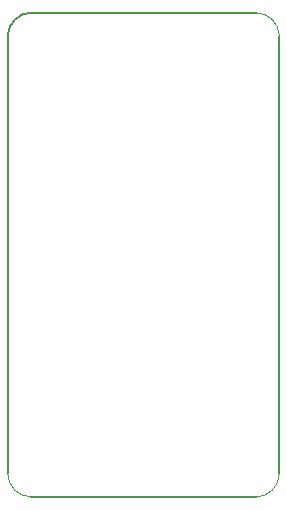
<source format=gbr>
%TF.GenerationSoftware,KiCad,Pcbnew,6.0.1-79c1e3a40b~116~ubuntu20.04.1*%
%TF.CreationDate,2022-02-18T15:29:33+02:00*%
%TF.ProjectId,colorlight-usb-phy-pmod,636f6c6f-726c-4696-9768-742d7573622d,rev?*%
%TF.SameCoordinates,Original*%
%TF.FileFunction,Profile,NP*%
%FSLAX46Y46*%
G04 Gerber Fmt 4.6, Leading zero omitted, Abs format (unit mm)*
G04 Created by KiCad (PCBNEW 6.0.1-79c1e3a40b~116~ubuntu20.04.1) date 2022-02-18 15:29:33*
%MOMM*%
%LPD*%
G01*
G04 APERTURE LIST*
%TA.AperFunction,Profile*%
%ADD10C,0.150000*%
%TD*%
%TA.AperFunction,Profile*%
%ADD11C,0.100000*%
%TD*%
G04 APERTURE END LIST*
D10*
X38000000Y-123000000D02*
X38000000Y-86000000D01*
X40000000Y-84000000D02*
X59000000Y-84000000D01*
D11*
X61000000Y-86000000D02*
G75*
G03*
X59000000Y-84000000I-1999999J1D01*
G01*
X59000000Y-125000000D02*
G75*
G03*
X61000000Y-123000000I1J1999999D01*
G01*
D10*
X59000000Y-125000000D02*
X40000000Y-125000000D01*
D11*
X38000000Y-123000000D02*
G75*
G03*
X40000000Y-125000000I1999999J-1D01*
G01*
D10*
X40000000Y-84000000D02*
G75*
G03*
X38000000Y-86000000I-1J-1999999D01*
G01*
X61000000Y-86000000D02*
X61000000Y-123000000D01*
M02*

</source>
